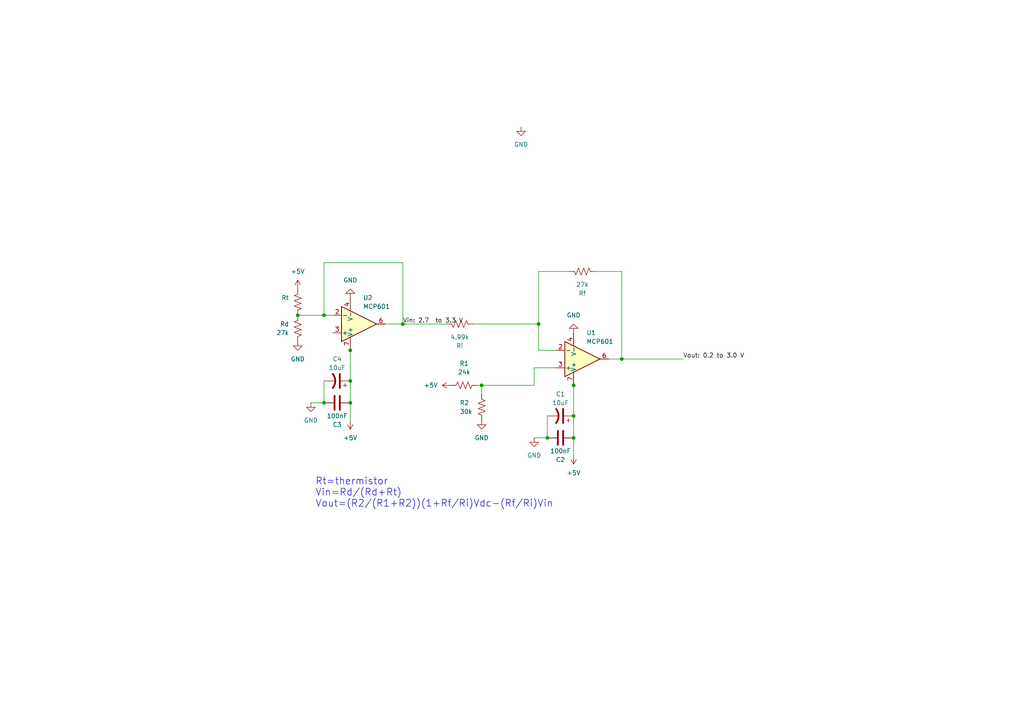
<source format=kicad_sch>
(kicad_sch (version 20230121) (generator eeschema)
  (paper "A4")
  (lib_symbols
    (symbol "Amplifier_Operational:MCP601-xSN" (pin_names (offset 0.127))
      (property "Reference" "U" (at 0 6.35 0))
      (property "Value" "MCP601-xSN" (at 0 3.81 0))
      (symbol "MCP601-xSN_0_1"
        (polyline (pts (xy -5.08 5.08) (xy 5.08 0) (xy -5.08 -5.08) (xy -5.08 5.08)) (stroke (width 0.254)) (fill (type background)))
      )
      (symbol "MCP601-xSN_1_1"
        (pin no_connect line (at -2.54 2.54 270) (length 2.54) hide (name "NC") (number "1"))
        (pin input line (at -7.62 -2.54 0) (length 2.54) (name "-") (number "2"))
        (pin input line (at -7.62 2.54 0) (length 2.54) (name "+") (number "3"))
        (pin power_in line (at -2.54 -7.62 90) (length 3.81) (name "V-") (number "4"))
        (pin no_connect line (at 0 2.54 270) (length 2.54) hide (name "NC") (number "5"))
        (pin output line (at 7.62 0 180) (length 2.54) (name "~") (number "6"))
        (pin power_in line (at -2.54 7.62 270) (length 3.81) (name "V+") (number "7"))
        (pin no_connect line (at 0 -2.54 90) (length 2.54) hide (name "NC") (number "8"))
      )
    )
    (symbol "Device:C" (pin_numbers hide) (pin_names (offset 0.254))
      (property "Reference" "C" (at 0.635 2.54 0))
      (property "Value" "C" (at 0.635 -2.54 0))
      (symbol "C_0_1"
        (polyline (pts (xy -2.032 -0.762) (xy 2.032 -0.762)) (stroke (width 0.508)))
        (polyline (pts (xy -2.032 0.762) (xy 2.032 0.762)) (stroke (width 0.508)))
      )
      (symbol "C_1_1"
        (pin passive line (at 0 3.81 270) (length 2.794) (name "~") (number "1"))
        (pin passive line (at 0 -3.81 90) (length 2.794) (name "~") (number "2"))
      )
    )
    (symbol "Device:C_Polarized_US" (pin_numbers hide) (pin_names (offset 0.254) hide)
      (property "Reference" "C" (at 0.635 2.54 0))
      (property "Value" "C_Polarized_US" (at 0.635 -2.54 0))
      (symbol "C_Polarized_US_0_1"
        (polyline (pts (xy -2.032 0.762) (xy 2.032 0.762)) (stroke (width 0.508)))
        (polyline (pts (xy -1.778 2.286) (xy -0.762 2.286)))
        (polyline (pts (xy -1.27 1.778) (xy -1.27 2.794)))
        (arc (start 2.032 -1.27) (mid 0 -0.5572) (end -2.032 -1.27) (stroke (width 0.508)))
      )
      (symbol "C_Polarized_US_1_1"
        (pin passive line (at 0 3.81 270) (length 2.794) (name "~") (number "1"))
        (pin passive line (at 0 -3.81 90) (length 3.302) (name "~") (number "2"))
      )
    )
    (symbol "Device:R_US" (pin_numbers hide) (pin_names (offset 0))
      (property "Reference" "R" (at 2.54 0 90))
      (property "Value" "R_US" (at -2.54 0 90))
      (symbol "R_US_0_1"
        (polyline (pts (xy 0 -2.286) (xy 0 -2.54)))
        (polyline (pts (xy 0 2.286) (xy 0 2.54)))
        (polyline (pts (xy 0 -0.762) (xy 1.016 -1.143) (xy 0 -1.524) (xy -1.016 -1.905) (xy 0 -2.286)))
        (polyline (pts (xy 0 0.762) (xy 1.016 0.381) (xy 0 0) (xy -1.016 -0.381) (xy 0 -0.762)))
        (polyline (pts (xy 0 2.286) (xy 1.016 1.905) (xy 0 1.524) (xy -1.016 1.143) (xy 0 0.762)))
      )
      (symbol "R_US_1_1"
        (pin passive line (at 0 3.81 270) (length 1.27) (name "~") (number "1"))
        (pin passive line (at 0 -3.81 90) (length 1.27) (name "~") (number "2"))
      )
    )
    (symbol "power:+5V" (power) (pin_names (offset 0))
      (property "Value" "+5V" (at 0 3.556 0))
      (symbol "+5V_0_1"
        (polyline (pts (xy -0.762 1.27) (xy 0 2.54)))
        (polyline (pts (xy 0 0) (xy 0 2.54)))
        (polyline (pts (xy 0 2.54) (xy 0.762 1.27)))
      )
      (symbol "+5V_1_1"
        (pin power_in line (at 0 0 90) (length 0) hide (name "+5V") (number "1"))
      )
    )
    (symbol "power:GND" (power) (pin_names (offset 0))
      (property "Value" "GND" (at 0 -3.81 0))
      (symbol "GND_0_1"
        (polyline (pts (xy 0 0) (xy 0 -1.27) (xy 1.27 -1.27) (xy 0 -2.54) (xy -1.27 -1.27) (xy 0 -1.27)))
      )
      (symbol "GND_1_1"
        (pin power_in line (at 0 0 270) (length 0) hide (name "GND") (number "1"))
      )
    )
  )
  (junction (at 158.75 127))
  (junction (at 166.37 111.76))
  (junction (at 86.36 91.44))
  (junction (at 101.6 116.84))
  (junction (at 101.6 101.6))
  (junction (at 180.34 104.14))
  (junction (at 139.7 111.76))
  (junction (at 93.98 116.84))
  (junction (at 166.37 127))
  (junction (at 116.84 93.98))
  (junction (at 156.21 93.98))
  (junction (at 93.98 91.44))
  (junction (at 101.6 110.49))
  (junction (at 166.37 120.65))
  (wire (pts (xy 156.21 101.6) (xy 161.29 101.6)))
  (wire (pts (xy 166.37 107.95) (xy 166.37 111.76)))
  (wire (pts (xy 116.84 93.98) (xy 129.54 93.98)))
  (wire (pts (xy 138.43 111.76) (xy 139.7 111.76)))
  (wire (pts (xy 93.98 91.44) (xy 96.52 91.44)))
  (wire (pts (xy 166.37 127) (xy 166.37 120.65)))
  (wire (pts (xy 116.84 76.2) (xy 116.84 93.98)))
  (wire (pts (xy 101.6 121.92) (xy 101.6 116.84)))
  (wire (pts (xy 93.98 110.49) (xy 93.98 116.84)))
  (wire (pts (xy 139.7 111.76) (xy 139.7 114.3)))
  (wire (pts (xy 180.34 104.14) (xy 198.12 104.14)))
  (wire (pts (xy 101.6 101.6) (xy 101.6 110.49)))
  (wire (pts (xy 156.21 93.98) (xy 156.21 101.6)))
  (wire (pts (xy 180.34 78.74) (xy 180.34 104.14)))
  (wire (pts (xy 166.37 132.08) (xy 166.37 127)))
  (wire (pts (xy 172.72 78.74) (xy 180.34 78.74)))
  (wire (pts (xy 176.53 104.14) (xy 180.34 104.14)))
  (wire (pts (xy 93.98 76.2) (xy 116.84 76.2)))
  (wire (pts (xy 166.37 111.76) (xy 166.37 120.65)))
  (wire (pts (xy 137.16 93.98) (xy 156.21 93.98)))
  (wire (pts (xy 101.6 97.79) (xy 101.6 101.6)))
  (wire (pts (xy 93.98 76.2) (xy 93.98 91.44)))
  (wire (pts (xy 90.17 116.84) (xy 93.98 116.84)))
  (wire (pts (xy 158.75 120.65) (xy 158.75 127)))
  (wire (pts (xy 154.94 111.76) (xy 139.7 111.76)))
  (wire (pts (xy 86.36 91.44) (xy 93.98 91.44)))
  (wire (pts (xy 154.94 106.68) (xy 154.94 111.76)))
  (wire (pts (xy 111.76 93.98) (xy 116.84 93.98)))
  (wire (pts (xy 156.21 78.74) (xy 165.1 78.74)))
  (wire (pts (xy 156.21 93.98) (xy 156.21 78.74)))
  (wire (pts (xy 154.94 127) (xy 158.75 127)))
  (wire (pts (xy 101.6 116.84) (xy 101.6 110.49)))
  (wire (pts (xy 154.94 106.68) (xy 161.29 106.68)))
  (text "Rt=thermistor\nVin=Rd/(Rd+Rt)\nVout=(R2/(R1+R2))(1+Rf/Ri)Vdc-(Rf/Ri)Vin" (at 91.44 147.32 0) (effects (font (size 2 2)) (justify left bottom)))
  (label "Vin: 2.7  to 3.3 V" (at 116.84 93.98 0))
  (label "Vout: 0.2 to 3.0 V" (at 198.12 104.14 0))
  (symbol (lib_id "Device:C") (at 162.56 127 270) (unit 1)
    (property "Reference" "C2" (at 162.56 133.35 90))
    (property "Value" "100nF" (at 162.56 130.81 90))
  )
  (symbol (lib_id "power:GND") (at 151.13 36.83 0) (unit 1)
    (property "Reference" "#PWR05" (effects hide))
    (property "Value" "GND" (at 151.13 41.91 0))
  )
  (symbol (lib_id "power:GND") (at 90.17 116.84 0) (unit 1)
    (property "Reference" "#PWR011" (effects hide))
    (property "Value" "GND" (at 90.17 121.92 0))
  )
  (symbol (lib_id "power:GND") (at 101.6 86.36 180) (unit 1)
    (property "Reference" "#PWR09" (effects hide))
    (property "Value" "GND" (at 101.6 81.28 0))
  )
  (symbol (lib_id "power:+5V") (at 166.37 132.08 180) (unit 1)
    (property "Reference" "#PWR03" (effects hide))
    (property "Value" "+5V" (at 166.37 137.16 0))
  )
  (symbol (lib_id "power:GND") (at 139.7 121.92 0) (unit 1)
    (property "Reference" "#PWR04" (effects hide))
    (property "Value" "GND" (at 139.7 127 0))
  )
  (symbol (lib_id "power:+5V") (at 130.81 111.76 90) (unit 1)
    (property "Reference" "#PWR01" (effects hide))
    (property "Value" "+5V" (at 127 111.76 90) (effects (justify left)))
  )
  (symbol (lib_id "Device:R_US") (at 134.62 111.76 90) (unit 1)
    (property "Reference" "R1" (at 134.62 105.41 90))
    (property "Value" "24k" (at 134.62 107.95 90))
  )
  (symbol (lib_id "Device:C_Polarized_US") (at 97.79 110.49 270) (mirror x) (unit 1)
    (property "Reference" "C4" (at 97.79 104.14 90))
    (property "Value" "10uF" (at 97.79 106.68 90))
  )
  (symbol (lib_id "Amplifier_Operational:MCP601-xSN") (at 168.91 104.14 0) (mirror x) (unit 1)
    (property "Reference" "U1" (at 171.45 96.52 0))
    (property "Value" "MCP601" (at 173.99 99.06 0))
    (property "Footprint" "Package_SO:SOIC-8_3.9x4.9mm_P1.27mm" (effects hide))
    (property "Datasheet" "http://ww1.microchip.com/downloads/en/DeviceDoc/21314g.pdf" (effects hide))
  )
  (symbol (lib_id "Device:C") (at 97.79 116.84 270) (unit 1)
    (property "Reference" "C3" (at 97.79 123.19 90))
    (property "Value" "100nF" (at 97.79 120.65 90))
  )
  (symbol (lib_id "power:GND") (at 86.36 99.06 0) (mirror y) (unit 1)
    (property "Reference" "#PWR07" (effects hide))
    (property "Value" "GND" (at 86.36 104.14 0))
  )
  (symbol (lib_id "power:+5V") (at 86.36 83.82 0) (mirror y) (unit 1)
    (property "Reference" "#PWR06" (effects hide))
    (property "Value" "+5V" (at 86.36 78.74 0))
  )
  (symbol (lib_id "Device:R_US") (at 139.7 118.11 0) (unit 1)
    (property "Reference" "R2" (at 133.35 116.84 0) (effects (justify left)))
    (property "Value" "30k" (at 133.35 119.38 0) (effects (justify left)))
  )
  (symbol (lib_id "Device:R_US") (at 86.36 87.63 0) (mirror y) (unit 1)
    (property "Reference" "Rt" (at 83.82 86.36 0) (effects (justify left)))
    (property "Value" "R_US" (effects hide))
  )
  (symbol (lib_id "Device:R_US") (at 86.36 95.25 0) (mirror y) (unit 1)
    (property "Reference" "Rd" (at 83.82 93.98 0) (effects (justify left)))
    (property "Value" "27k" (at 83.82 96.52 0) (effects (justify left)))
  )
  (symbol (lib_id "Amplifier_Operational:MCP601-xSN") (at 104.14 93.98 0) (mirror x) (unit 1)
    (property "Reference" "U2" (at 106.68 86.36 0))
    (property "Value" "MCP601" (at 109.22 88.9 0))
    (property "Footprint" "Package_SO:SOIC-8_3.9x4.9mm_P1.27mm" (effects hide))
    (property "Datasheet" "http://ww1.microchip.com/downloads/en/DeviceDoc/21314g.pdf" (effects hide))
  )
  (symbol (lib_id "Device:C_Polarized_US") (at 162.56 120.65 270) (mirror x) (unit 1)
    (property "Reference" "C1" (at 162.56 114.3 90))
    (property "Value" "10uF" (at 162.56 116.84 90))
  )
  (symbol (lib_id "power:GND") (at 166.37 96.52 180) (unit 1)
    (property "Reference" "#PWR02" (effects hide))
    (property "Value" "GND" (at 166.37 91.44 0))
  )
  (symbol (lib_id "Device:R_US") (at 168.91 78.74 90) (mirror x) (unit 1)
    (property "Reference" "Rf" (at 168.91 85.09 90))
    (property "Value" "27k" (at 168.91 82.55 90))
  )
  (symbol (lib_id "power:GND") (at 154.94 127 0) (unit 1)
    (property "Reference" "#PWR010" (effects hide))
    (property "Value" "GND" (at 154.94 132.08 0))
  )
  (symbol (lib_id "power:+5V") (at 101.6 121.92 180) (unit 1)
    (property "Reference" "#PWR08" (effects hide))
    (property "Value" "+5V" (at 101.6 127 0))
  )
  (symbol (lib_id "Device:R_US") (at 133.35 93.98 90) (mirror x) (unit 1)
    (property "Reference" "Ri" (at 133.35 100.33 90))
    (property "Value" "4.99k" (at 133.35 97.79 90))
  )
)
</source>
